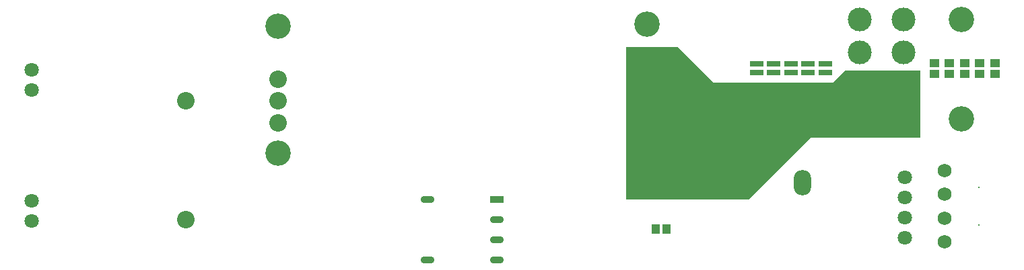
<source format=gbr>
%TF.GenerationSoftware,Altium Limited,Altium Designer,19.1.8 (144)*%
G04 Layer_Color=16711935*
%FSLAX26Y26*%
%MOIN*%
%TF.FileFunction,Soldermask,Bot*%
%TF.Part,Single*%
G01*
G75*
%TA.AperFunction,SMDPad,CuDef*%
%ADD34O,0.069024X0.033591*%
%ADD35R,0.069024X0.033591*%
%ADD36R,0.070992X0.031622*%
%ADD37R,0.047370X0.043433*%
%ADD38R,0.041465X0.045402*%
%TA.AperFunction,ComponentPad*%
%ADD39O,0.086740X0.126110*%
%ADD40C,0.126110*%
%ADD41C,0.118240*%
%ADD42C,0.008000*%
%ADD43C,0.068000*%
%ADD44C,0.070992*%
%ADD45C,0.126110*%
%ADD46C,0.086740*%
G36*
X5216535Y4566929D02*
X5748032Y4566929D01*
X5807087Y4566929D01*
X5866142Y4625984D01*
X6240158D01*
Y4291339D01*
X5698199Y4291338D01*
X5392061Y3985200D01*
X4783464Y3985200D01*
X4783465Y4744095D01*
X5039370D01*
X5216535Y4566929D01*
D02*
G37*
D34*
X3800000Y3685000D02*
D03*
Y3985000D02*
D03*
X4142520Y3685000D02*
D03*
Y3785000D02*
D03*
Y3885000D02*
D03*
D35*
Y3985000D02*
D03*
D36*
X5515000Y4615000D02*
D03*
Y4658307D02*
D03*
X5770000Y4615000D02*
D03*
Y4658307D02*
D03*
X5600000Y4615000D02*
D03*
Y4658307D02*
D03*
X5430000Y4615000D02*
D03*
Y4658307D02*
D03*
X5685000Y4615000D02*
D03*
Y4658307D02*
D03*
D37*
X6610000Y4610000D02*
D03*
Y4663150D02*
D03*
X6535000Y4610000D02*
D03*
Y4663150D02*
D03*
X6310000D02*
D03*
Y4610000D02*
D03*
X6385000Y4663150D02*
D03*
Y4610000D02*
D03*
X6460000Y4663150D02*
D03*
Y4610000D02*
D03*
D38*
X4982493Y3840311D02*
D03*
X4931311D02*
D03*
D39*
X5657638Y4070000D02*
D03*
X5362362D02*
D03*
D40*
X6445000Y4881060D02*
D03*
Y4385000D02*
D03*
D41*
X5941060D02*
D03*
Y4550350D02*
D03*
Y4715710D02*
D03*
Y4881060D02*
D03*
X6157600Y4385000D02*
D03*
Y4550350D02*
D03*
Y4715710D02*
D03*
Y4881060D02*
D03*
D42*
X6530000Y4045000D02*
D03*
Y3859961D02*
D03*
D43*
X6359921Y4129646D02*
D03*
Y4011535D02*
D03*
Y3893425D02*
D03*
Y3775315D02*
D03*
D44*
X6165000Y3795000D02*
D03*
Y3895000D02*
D03*
Y3995000D02*
D03*
Y4095000D02*
D03*
X1840000Y4630000D02*
D03*
Y4530000D02*
D03*
Y3980000D02*
D03*
Y3880000D02*
D03*
D45*
X3062008Y4844961D02*
D03*
Y4215039D02*
D03*
X4887992Y4854803D02*
D03*
Y4638268D02*
D03*
Y4421732D02*
D03*
Y4205197D02*
D03*
D46*
X3062008Y4584331D02*
D03*
Y4475669D02*
D03*
Y4367402D02*
D03*
X2605000Y3885000D02*
D03*
Y4475551D02*
D03*
%TF.MD5,247524f7b6fcece1a9b1df5b9e0e1b8d*%
M02*

</source>
